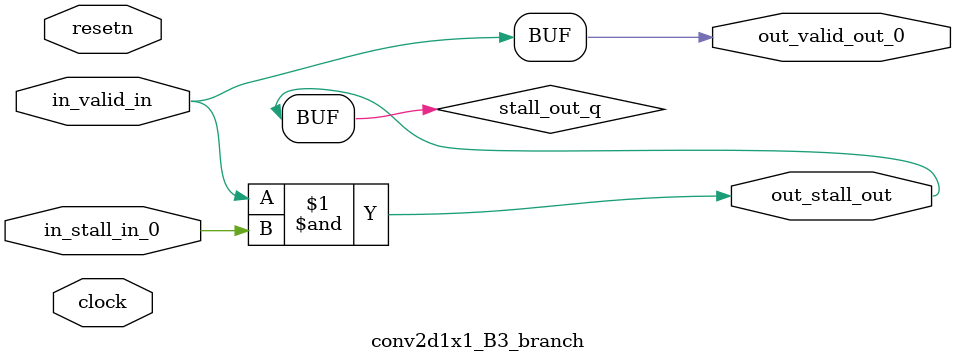
<source format=sv>



(* altera_attribute = "-name AUTO_SHIFT_REGISTER_RECOGNITION OFF; -name MESSAGE_DISABLE 10036; -name MESSAGE_DISABLE 10037; -name MESSAGE_DISABLE 14130; -name MESSAGE_DISABLE 14320; -name MESSAGE_DISABLE 15400; -name MESSAGE_DISABLE 14130; -name MESSAGE_DISABLE 10036; -name MESSAGE_DISABLE 12020; -name MESSAGE_DISABLE 12030; -name MESSAGE_DISABLE 12010; -name MESSAGE_DISABLE 12110; -name MESSAGE_DISABLE 14320; -name MESSAGE_DISABLE 13410; -name MESSAGE_DISABLE 113007; -name MESSAGE_DISABLE 10958" *)
module conv2d1x1_B3_branch (
    input wire [0:0] in_stall_in_0,
    input wire [0:0] in_valid_in,
    output wire [0:0] out_stall_out,
    output wire [0:0] out_valid_out_0,
    input wire clock,
    input wire resetn
    );

    wire [0:0] stall_out_q;


    // stall_out(LOGICAL,6)
    assign stall_out_q = in_valid_in & in_stall_in_0;

    // out_stall_out(GPOUT,4)
    assign out_stall_out = stall_out_q;

    // out_valid_out_0(GPOUT,5)
    assign out_valid_out_0 = in_valid_in;

endmodule

</source>
